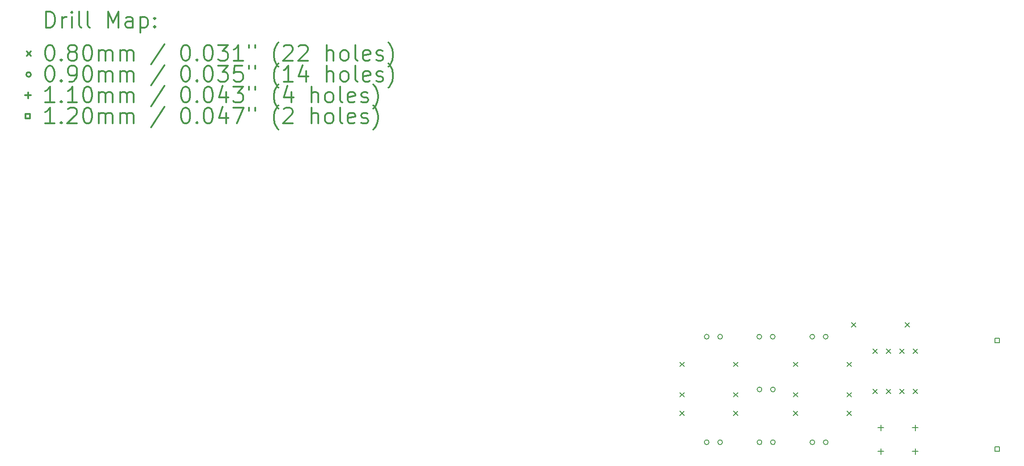
<source format=gbr>
%FSLAX45Y45*%
G04 Gerber Fmt 4.5, Leading zero omitted, Abs format (unit mm)*
G04 Created by KiCad (PCBNEW 5.0.0) date Mon Aug 27 22:55:58 2018*
%MOMM*%
%LPD*%
G01*
G04 APERTURE LIST*
%ADD10C,0.200000*%
%ADD11C,0.300000*%
G04 APERTURE END LIST*
D10*
X15952000Y-7322000D02*
X16032000Y-7402000D01*
X16032000Y-7322000D02*
X15952000Y-7402000D01*
X15460000Y-6810000D02*
X15540000Y-6890000D01*
X15540000Y-6810000D02*
X15460000Y-6890000D01*
X15544000Y-6060000D02*
X15624000Y-6140000D01*
X15624000Y-6060000D02*
X15544000Y-6140000D01*
X16560000Y-6060000D02*
X16640000Y-6140000D01*
X16640000Y-6060000D02*
X16560000Y-6140000D01*
X12294000Y-7385000D02*
X12374000Y-7465000D01*
X12374000Y-7385000D02*
X12294000Y-7465000D01*
X13310000Y-7385000D02*
X13390000Y-7465000D01*
X13390000Y-7385000D02*
X13310000Y-7465000D01*
X12294000Y-6810000D02*
X12374000Y-6890000D01*
X12374000Y-6810000D02*
X12294000Y-6890000D01*
X13310000Y-6810000D02*
X13390000Y-6890000D01*
X13390000Y-6810000D02*
X13310000Y-6890000D01*
X15952000Y-6560000D02*
X16032000Y-6640000D01*
X16032000Y-6560000D02*
X15952000Y-6640000D01*
X16206000Y-6560000D02*
X16286000Y-6640000D01*
X16286000Y-6560000D02*
X16206000Y-6640000D01*
X16206000Y-7322000D02*
X16286000Y-7402000D01*
X16286000Y-7322000D02*
X16206000Y-7402000D01*
X16460000Y-6560000D02*
X16540000Y-6640000D01*
X16540000Y-6560000D02*
X16460000Y-6640000D01*
X16460000Y-7322000D02*
X16540000Y-7402000D01*
X16540000Y-7322000D02*
X16460000Y-7402000D01*
X16714000Y-6560000D02*
X16794000Y-6640000D01*
X16794000Y-6560000D02*
X16714000Y-6640000D01*
X16714000Y-7322000D02*
X16794000Y-7402000D01*
X16794000Y-7322000D02*
X16714000Y-7402000D01*
X12294000Y-7735000D02*
X12374000Y-7815000D01*
X12374000Y-7735000D02*
X12294000Y-7815000D01*
X13310000Y-7735000D02*
X13390000Y-7815000D01*
X13390000Y-7735000D02*
X13310000Y-7815000D01*
X14444000Y-7385000D02*
X14524000Y-7465000D01*
X14524000Y-7385000D02*
X14444000Y-7465000D01*
X15460000Y-7385000D02*
X15540000Y-7465000D01*
X15540000Y-7385000D02*
X15460000Y-7465000D01*
X14444000Y-6810000D02*
X14524000Y-6890000D01*
X14524000Y-6810000D02*
X14444000Y-6890000D01*
X14444000Y-7735000D02*
X14524000Y-7815000D01*
X14524000Y-7735000D02*
X14444000Y-7815000D01*
X15460000Y-7735000D02*
X15540000Y-7815000D01*
X15540000Y-7735000D02*
X15460000Y-7815000D01*
X13845000Y-8325000D02*
G75*
G03X13845000Y-8325000I-45000J0D01*
G01*
X14099000Y-8325000D02*
G75*
G03X14099000Y-8325000I-45000J0D01*
G01*
X12845000Y-8325000D02*
G75*
G03X12845000Y-8325000I-45000J0D01*
G01*
X13099000Y-8325000D02*
G75*
G03X13099000Y-8325000I-45000J0D01*
G01*
X13845000Y-7325000D02*
G75*
G03X13845000Y-7325000I-45000J0D01*
G01*
X14099000Y-7325000D02*
G75*
G03X14099000Y-7325000I-45000J0D01*
G01*
X14845000Y-8325000D02*
G75*
G03X14845000Y-8325000I-45000J0D01*
G01*
X15099000Y-8325000D02*
G75*
G03X15099000Y-8325000I-45000J0D01*
G01*
X12845000Y-6325000D02*
G75*
G03X12845000Y-6325000I-45000J0D01*
G01*
X13099000Y-6325000D02*
G75*
G03X13099000Y-6325000I-45000J0D01*
G01*
X13841000Y-6325000D02*
G75*
G03X13841000Y-6325000I-45000J0D01*
G01*
X14095000Y-6325000D02*
G75*
G03X14095000Y-6325000I-45000J0D01*
G01*
X14845000Y-6325000D02*
G75*
G03X14845000Y-6325000I-45000J0D01*
G01*
X15099000Y-6325000D02*
G75*
G03X15099000Y-6325000I-45000J0D01*
G01*
X16100000Y-7995000D02*
X16100000Y-8105000D01*
X16045000Y-8050000D02*
X16155000Y-8050000D01*
X16100000Y-8445000D02*
X16100000Y-8555000D01*
X16045000Y-8500000D02*
X16155000Y-8500000D01*
X16750000Y-7995000D02*
X16750000Y-8105000D01*
X16695000Y-8050000D02*
X16805000Y-8050000D01*
X16750000Y-8445000D02*
X16750000Y-8555000D01*
X16695000Y-8500000D02*
X16805000Y-8500000D01*
X18342427Y-6442427D02*
X18342427Y-6357573D01*
X18257573Y-6357573D01*
X18257573Y-6442427D01*
X18342427Y-6442427D01*
X18342427Y-8492427D02*
X18342427Y-8407573D01*
X18257573Y-8407573D01*
X18257573Y-8492427D01*
X18342427Y-8492427D01*
D11*
X286429Y-465714D02*
X286429Y-165714D01*
X357857Y-165714D01*
X400714Y-180000D01*
X429286Y-208571D01*
X443571Y-237143D01*
X457857Y-294286D01*
X457857Y-337143D01*
X443571Y-394286D01*
X429286Y-422857D01*
X400714Y-451428D01*
X357857Y-465714D01*
X286429Y-465714D01*
X586429Y-465714D02*
X586429Y-265714D01*
X586429Y-322857D02*
X600714Y-294286D01*
X615000Y-280000D01*
X643571Y-265714D01*
X672143Y-265714D01*
X772143Y-465714D02*
X772143Y-265714D01*
X772143Y-165714D02*
X757857Y-180000D01*
X772143Y-194286D01*
X786428Y-180000D01*
X772143Y-165714D01*
X772143Y-194286D01*
X957857Y-465714D02*
X929286Y-451428D01*
X915000Y-422857D01*
X915000Y-165714D01*
X1115000Y-465714D02*
X1086429Y-451428D01*
X1072143Y-422857D01*
X1072143Y-165714D01*
X1457857Y-465714D02*
X1457857Y-165714D01*
X1557857Y-380000D01*
X1657857Y-165714D01*
X1657857Y-465714D01*
X1929286Y-465714D02*
X1929286Y-308571D01*
X1915000Y-280000D01*
X1886428Y-265714D01*
X1829286Y-265714D01*
X1800714Y-280000D01*
X1929286Y-451428D02*
X1900714Y-465714D01*
X1829286Y-465714D01*
X1800714Y-451428D01*
X1786428Y-422857D01*
X1786428Y-394286D01*
X1800714Y-365714D01*
X1829286Y-351428D01*
X1900714Y-351428D01*
X1929286Y-337143D01*
X2072143Y-265714D02*
X2072143Y-565714D01*
X2072143Y-280000D02*
X2100714Y-265714D01*
X2157857Y-265714D01*
X2186429Y-280000D01*
X2200714Y-294286D01*
X2215000Y-322857D01*
X2215000Y-408571D01*
X2200714Y-437143D01*
X2186429Y-451428D01*
X2157857Y-465714D01*
X2100714Y-465714D01*
X2072143Y-451428D01*
X2343571Y-437143D02*
X2357857Y-451428D01*
X2343571Y-465714D01*
X2329286Y-451428D01*
X2343571Y-437143D01*
X2343571Y-465714D01*
X2343571Y-280000D02*
X2357857Y-294286D01*
X2343571Y-308571D01*
X2329286Y-294286D01*
X2343571Y-280000D01*
X2343571Y-308571D01*
X-80000Y-920000D02*
X0Y-1000000D01*
X0Y-920000D02*
X-80000Y-1000000D01*
X343571Y-795714D02*
X372143Y-795714D01*
X400714Y-810000D01*
X415000Y-824286D01*
X429286Y-852857D01*
X443571Y-910000D01*
X443571Y-981428D01*
X429286Y-1038571D01*
X415000Y-1067143D01*
X400714Y-1081429D01*
X372143Y-1095714D01*
X343571Y-1095714D01*
X315000Y-1081429D01*
X300714Y-1067143D01*
X286429Y-1038571D01*
X272143Y-981428D01*
X272143Y-910000D01*
X286429Y-852857D01*
X300714Y-824286D01*
X315000Y-810000D01*
X343571Y-795714D01*
X572143Y-1067143D02*
X586429Y-1081429D01*
X572143Y-1095714D01*
X557857Y-1081429D01*
X572143Y-1067143D01*
X572143Y-1095714D01*
X757857Y-924286D02*
X729286Y-910000D01*
X715000Y-895714D01*
X700714Y-867143D01*
X700714Y-852857D01*
X715000Y-824286D01*
X729286Y-810000D01*
X757857Y-795714D01*
X815000Y-795714D01*
X843571Y-810000D01*
X857857Y-824286D01*
X872143Y-852857D01*
X872143Y-867143D01*
X857857Y-895714D01*
X843571Y-910000D01*
X815000Y-924286D01*
X757857Y-924286D01*
X729286Y-938571D01*
X715000Y-952857D01*
X700714Y-981428D01*
X700714Y-1038571D01*
X715000Y-1067143D01*
X729286Y-1081429D01*
X757857Y-1095714D01*
X815000Y-1095714D01*
X843571Y-1081429D01*
X857857Y-1067143D01*
X872143Y-1038571D01*
X872143Y-981428D01*
X857857Y-952857D01*
X843571Y-938571D01*
X815000Y-924286D01*
X1057857Y-795714D02*
X1086429Y-795714D01*
X1115000Y-810000D01*
X1129286Y-824286D01*
X1143571Y-852857D01*
X1157857Y-910000D01*
X1157857Y-981428D01*
X1143571Y-1038571D01*
X1129286Y-1067143D01*
X1115000Y-1081429D01*
X1086429Y-1095714D01*
X1057857Y-1095714D01*
X1029286Y-1081429D01*
X1015000Y-1067143D01*
X1000714Y-1038571D01*
X986428Y-981428D01*
X986428Y-910000D01*
X1000714Y-852857D01*
X1015000Y-824286D01*
X1029286Y-810000D01*
X1057857Y-795714D01*
X1286429Y-1095714D02*
X1286429Y-895714D01*
X1286429Y-924286D02*
X1300714Y-910000D01*
X1329286Y-895714D01*
X1372143Y-895714D01*
X1400714Y-910000D01*
X1415000Y-938571D01*
X1415000Y-1095714D01*
X1415000Y-938571D02*
X1429286Y-910000D01*
X1457857Y-895714D01*
X1500714Y-895714D01*
X1529286Y-910000D01*
X1543571Y-938571D01*
X1543571Y-1095714D01*
X1686428Y-1095714D02*
X1686428Y-895714D01*
X1686428Y-924286D02*
X1700714Y-910000D01*
X1729286Y-895714D01*
X1772143Y-895714D01*
X1800714Y-910000D01*
X1815000Y-938571D01*
X1815000Y-1095714D01*
X1815000Y-938571D02*
X1829286Y-910000D01*
X1857857Y-895714D01*
X1900714Y-895714D01*
X1929286Y-910000D01*
X1943571Y-938571D01*
X1943571Y-1095714D01*
X2529286Y-781428D02*
X2272143Y-1167143D01*
X2915000Y-795714D02*
X2943571Y-795714D01*
X2972143Y-810000D01*
X2986428Y-824286D01*
X3000714Y-852857D01*
X3015000Y-910000D01*
X3015000Y-981428D01*
X3000714Y-1038571D01*
X2986428Y-1067143D01*
X2972143Y-1081429D01*
X2943571Y-1095714D01*
X2915000Y-1095714D01*
X2886428Y-1081429D01*
X2872143Y-1067143D01*
X2857857Y-1038571D01*
X2843571Y-981428D01*
X2843571Y-910000D01*
X2857857Y-852857D01*
X2872143Y-824286D01*
X2886428Y-810000D01*
X2915000Y-795714D01*
X3143571Y-1067143D02*
X3157857Y-1081429D01*
X3143571Y-1095714D01*
X3129286Y-1081429D01*
X3143571Y-1067143D01*
X3143571Y-1095714D01*
X3343571Y-795714D02*
X3372143Y-795714D01*
X3400714Y-810000D01*
X3415000Y-824286D01*
X3429286Y-852857D01*
X3443571Y-910000D01*
X3443571Y-981428D01*
X3429286Y-1038571D01*
X3415000Y-1067143D01*
X3400714Y-1081429D01*
X3372143Y-1095714D01*
X3343571Y-1095714D01*
X3315000Y-1081429D01*
X3300714Y-1067143D01*
X3286428Y-1038571D01*
X3272143Y-981428D01*
X3272143Y-910000D01*
X3286428Y-852857D01*
X3300714Y-824286D01*
X3315000Y-810000D01*
X3343571Y-795714D01*
X3543571Y-795714D02*
X3729286Y-795714D01*
X3629286Y-910000D01*
X3672143Y-910000D01*
X3700714Y-924286D01*
X3715000Y-938571D01*
X3729286Y-967143D01*
X3729286Y-1038571D01*
X3715000Y-1067143D01*
X3700714Y-1081429D01*
X3672143Y-1095714D01*
X3586428Y-1095714D01*
X3557857Y-1081429D01*
X3543571Y-1067143D01*
X4015000Y-1095714D02*
X3843571Y-1095714D01*
X3929286Y-1095714D02*
X3929286Y-795714D01*
X3900714Y-838571D01*
X3872143Y-867143D01*
X3843571Y-881428D01*
X4129286Y-795714D02*
X4129286Y-852857D01*
X4243571Y-795714D02*
X4243571Y-852857D01*
X4686429Y-1210000D02*
X4672143Y-1195714D01*
X4643571Y-1152857D01*
X4629286Y-1124286D01*
X4615000Y-1081429D01*
X4600714Y-1010000D01*
X4600714Y-952857D01*
X4615000Y-881428D01*
X4629286Y-838571D01*
X4643571Y-810000D01*
X4672143Y-767143D01*
X4686429Y-752857D01*
X4786429Y-824286D02*
X4800714Y-810000D01*
X4829286Y-795714D01*
X4900714Y-795714D01*
X4929286Y-810000D01*
X4943571Y-824286D01*
X4957857Y-852857D01*
X4957857Y-881428D01*
X4943571Y-924286D01*
X4772143Y-1095714D01*
X4957857Y-1095714D01*
X5072143Y-824286D02*
X5086429Y-810000D01*
X5115000Y-795714D01*
X5186429Y-795714D01*
X5215000Y-810000D01*
X5229286Y-824286D01*
X5243571Y-852857D01*
X5243571Y-881428D01*
X5229286Y-924286D01*
X5057857Y-1095714D01*
X5243571Y-1095714D01*
X5600714Y-1095714D02*
X5600714Y-795714D01*
X5729286Y-1095714D02*
X5729286Y-938571D01*
X5715000Y-910000D01*
X5686428Y-895714D01*
X5643571Y-895714D01*
X5615000Y-910000D01*
X5600714Y-924286D01*
X5915000Y-1095714D02*
X5886428Y-1081429D01*
X5872143Y-1067143D01*
X5857857Y-1038571D01*
X5857857Y-952857D01*
X5872143Y-924286D01*
X5886428Y-910000D01*
X5915000Y-895714D01*
X5957857Y-895714D01*
X5986428Y-910000D01*
X6000714Y-924286D01*
X6015000Y-952857D01*
X6015000Y-1038571D01*
X6000714Y-1067143D01*
X5986428Y-1081429D01*
X5957857Y-1095714D01*
X5915000Y-1095714D01*
X6186428Y-1095714D02*
X6157857Y-1081429D01*
X6143571Y-1052857D01*
X6143571Y-795714D01*
X6415000Y-1081429D02*
X6386428Y-1095714D01*
X6329286Y-1095714D01*
X6300714Y-1081429D01*
X6286428Y-1052857D01*
X6286428Y-938571D01*
X6300714Y-910000D01*
X6329286Y-895714D01*
X6386428Y-895714D01*
X6415000Y-910000D01*
X6429286Y-938571D01*
X6429286Y-967143D01*
X6286428Y-995714D01*
X6543571Y-1081429D02*
X6572143Y-1095714D01*
X6629286Y-1095714D01*
X6657857Y-1081429D01*
X6672143Y-1052857D01*
X6672143Y-1038571D01*
X6657857Y-1010000D01*
X6629286Y-995714D01*
X6586428Y-995714D01*
X6557857Y-981428D01*
X6543571Y-952857D01*
X6543571Y-938571D01*
X6557857Y-910000D01*
X6586428Y-895714D01*
X6629286Y-895714D01*
X6657857Y-910000D01*
X6772143Y-1210000D02*
X6786428Y-1195714D01*
X6815000Y-1152857D01*
X6829286Y-1124286D01*
X6843571Y-1081429D01*
X6857857Y-1010000D01*
X6857857Y-952857D01*
X6843571Y-881428D01*
X6829286Y-838571D01*
X6815000Y-810000D01*
X6786428Y-767143D01*
X6772143Y-752857D01*
X0Y-1356000D02*
G75*
G03X0Y-1356000I-45000J0D01*
G01*
X343571Y-1191714D02*
X372143Y-1191714D01*
X400714Y-1206000D01*
X415000Y-1220286D01*
X429286Y-1248857D01*
X443571Y-1306000D01*
X443571Y-1377429D01*
X429286Y-1434571D01*
X415000Y-1463143D01*
X400714Y-1477428D01*
X372143Y-1491714D01*
X343571Y-1491714D01*
X315000Y-1477428D01*
X300714Y-1463143D01*
X286429Y-1434571D01*
X272143Y-1377429D01*
X272143Y-1306000D01*
X286429Y-1248857D01*
X300714Y-1220286D01*
X315000Y-1206000D01*
X343571Y-1191714D01*
X572143Y-1463143D02*
X586429Y-1477428D01*
X572143Y-1491714D01*
X557857Y-1477428D01*
X572143Y-1463143D01*
X572143Y-1491714D01*
X729286Y-1491714D02*
X786428Y-1491714D01*
X815000Y-1477428D01*
X829286Y-1463143D01*
X857857Y-1420286D01*
X872143Y-1363143D01*
X872143Y-1248857D01*
X857857Y-1220286D01*
X843571Y-1206000D01*
X815000Y-1191714D01*
X757857Y-1191714D01*
X729286Y-1206000D01*
X715000Y-1220286D01*
X700714Y-1248857D01*
X700714Y-1320286D01*
X715000Y-1348857D01*
X729286Y-1363143D01*
X757857Y-1377429D01*
X815000Y-1377429D01*
X843571Y-1363143D01*
X857857Y-1348857D01*
X872143Y-1320286D01*
X1057857Y-1191714D02*
X1086429Y-1191714D01*
X1115000Y-1206000D01*
X1129286Y-1220286D01*
X1143571Y-1248857D01*
X1157857Y-1306000D01*
X1157857Y-1377429D01*
X1143571Y-1434571D01*
X1129286Y-1463143D01*
X1115000Y-1477428D01*
X1086429Y-1491714D01*
X1057857Y-1491714D01*
X1029286Y-1477428D01*
X1015000Y-1463143D01*
X1000714Y-1434571D01*
X986428Y-1377429D01*
X986428Y-1306000D01*
X1000714Y-1248857D01*
X1015000Y-1220286D01*
X1029286Y-1206000D01*
X1057857Y-1191714D01*
X1286429Y-1491714D02*
X1286429Y-1291714D01*
X1286429Y-1320286D02*
X1300714Y-1306000D01*
X1329286Y-1291714D01*
X1372143Y-1291714D01*
X1400714Y-1306000D01*
X1415000Y-1334571D01*
X1415000Y-1491714D01*
X1415000Y-1334571D02*
X1429286Y-1306000D01*
X1457857Y-1291714D01*
X1500714Y-1291714D01*
X1529286Y-1306000D01*
X1543571Y-1334571D01*
X1543571Y-1491714D01*
X1686428Y-1491714D02*
X1686428Y-1291714D01*
X1686428Y-1320286D02*
X1700714Y-1306000D01*
X1729286Y-1291714D01*
X1772143Y-1291714D01*
X1800714Y-1306000D01*
X1815000Y-1334571D01*
X1815000Y-1491714D01*
X1815000Y-1334571D02*
X1829286Y-1306000D01*
X1857857Y-1291714D01*
X1900714Y-1291714D01*
X1929286Y-1306000D01*
X1943571Y-1334571D01*
X1943571Y-1491714D01*
X2529286Y-1177429D02*
X2272143Y-1563143D01*
X2915000Y-1191714D02*
X2943571Y-1191714D01*
X2972143Y-1206000D01*
X2986428Y-1220286D01*
X3000714Y-1248857D01*
X3015000Y-1306000D01*
X3015000Y-1377429D01*
X3000714Y-1434571D01*
X2986428Y-1463143D01*
X2972143Y-1477428D01*
X2943571Y-1491714D01*
X2915000Y-1491714D01*
X2886428Y-1477428D01*
X2872143Y-1463143D01*
X2857857Y-1434571D01*
X2843571Y-1377429D01*
X2843571Y-1306000D01*
X2857857Y-1248857D01*
X2872143Y-1220286D01*
X2886428Y-1206000D01*
X2915000Y-1191714D01*
X3143571Y-1463143D02*
X3157857Y-1477428D01*
X3143571Y-1491714D01*
X3129286Y-1477428D01*
X3143571Y-1463143D01*
X3143571Y-1491714D01*
X3343571Y-1191714D02*
X3372143Y-1191714D01*
X3400714Y-1206000D01*
X3415000Y-1220286D01*
X3429286Y-1248857D01*
X3443571Y-1306000D01*
X3443571Y-1377429D01*
X3429286Y-1434571D01*
X3415000Y-1463143D01*
X3400714Y-1477428D01*
X3372143Y-1491714D01*
X3343571Y-1491714D01*
X3315000Y-1477428D01*
X3300714Y-1463143D01*
X3286428Y-1434571D01*
X3272143Y-1377429D01*
X3272143Y-1306000D01*
X3286428Y-1248857D01*
X3300714Y-1220286D01*
X3315000Y-1206000D01*
X3343571Y-1191714D01*
X3543571Y-1191714D02*
X3729286Y-1191714D01*
X3629286Y-1306000D01*
X3672143Y-1306000D01*
X3700714Y-1320286D01*
X3715000Y-1334571D01*
X3729286Y-1363143D01*
X3729286Y-1434571D01*
X3715000Y-1463143D01*
X3700714Y-1477428D01*
X3672143Y-1491714D01*
X3586428Y-1491714D01*
X3557857Y-1477428D01*
X3543571Y-1463143D01*
X4000714Y-1191714D02*
X3857857Y-1191714D01*
X3843571Y-1334571D01*
X3857857Y-1320286D01*
X3886428Y-1306000D01*
X3957857Y-1306000D01*
X3986428Y-1320286D01*
X4000714Y-1334571D01*
X4015000Y-1363143D01*
X4015000Y-1434571D01*
X4000714Y-1463143D01*
X3986428Y-1477428D01*
X3957857Y-1491714D01*
X3886428Y-1491714D01*
X3857857Y-1477428D01*
X3843571Y-1463143D01*
X4129286Y-1191714D02*
X4129286Y-1248857D01*
X4243571Y-1191714D02*
X4243571Y-1248857D01*
X4686429Y-1606000D02*
X4672143Y-1591714D01*
X4643571Y-1548857D01*
X4629286Y-1520286D01*
X4615000Y-1477428D01*
X4600714Y-1406000D01*
X4600714Y-1348857D01*
X4615000Y-1277429D01*
X4629286Y-1234571D01*
X4643571Y-1206000D01*
X4672143Y-1163143D01*
X4686429Y-1148857D01*
X4957857Y-1491714D02*
X4786429Y-1491714D01*
X4872143Y-1491714D02*
X4872143Y-1191714D01*
X4843571Y-1234571D01*
X4815000Y-1263143D01*
X4786429Y-1277429D01*
X5215000Y-1291714D02*
X5215000Y-1491714D01*
X5143571Y-1177429D02*
X5072143Y-1391714D01*
X5257857Y-1391714D01*
X5600714Y-1491714D02*
X5600714Y-1191714D01*
X5729286Y-1491714D02*
X5729286Y-1334571D01*
X5715000Y-1306000D01*
X5686428Y-1291714D01*
X5643571Y-1291714D01*
X5615000Y-1306000D01*
X5600714Y-1320286D01*
X5915000Y-1491714D02*
X5886428Y-1477428D01*
X5872143Y-1463143D01*
X5857857Y-1434571D01*
X5857857Y-1348857D01*
X5872143Y-1320286D01*
X5886428Y-1306000D01*
X5915000Y-1291714D01*
X5957857Y-1291714D01*
X5986428Y-1306000D01*
X6000714Y-1320286D01*
X6015000Y-1348857D01*
X6015000Y-1434571D01*
X6000714Y-1463143D01*
X5986428Y-1477428D01*
X5957857Y-1491714D01*
X5915000Y-1491714D01*
X6186428Y-1491714D02*
X6157857Y-1477428D01*
X6143571Y-1448857D01*
X6143571Y-1191714D01*
X6415000Y-1477428D02*
X6386428Y-1491714D01*
X6329286Y-1491714D01*
X6300714Y-1477428D01*
X6286428Y-1448857D01*
X6286428Y-1334571D01*
X6300714Y-1306000D01*
X6329286Y-1291714D01*
X6386428Y-1291714D01*
X6415000Y-1306000D01*
X6429286Y-1334571D01*
X6429286Y-1363143D01*
X6286428Y-1391714D01*
X6543571Y-1477428D02*
X6572143Y-1491714D01*
X6629286Y-1491714D01*
X6657857Y-1477428D01*
X6672143Y-1448857D01*
X6672143Y-1434571D01*
X6657857Y-1406000D01*
X6629286Y-1391714D01*
X6586428Y-1391714D01*
X6557857Y-1377429D01*
X6543571Y-1348857D01*
X6543571Y-1334571D01*
X6557857Y-1306000D01*
X6586428Y-1291714D01*
X6629286Y-1291714D01*
X6657857Y-1306000D01*
X6772143Y-1606000D02*
X6786428Y-1591714D01*
X6815000Y-1548857D01*
X6829286Y-1520286D01*
X6843571Y-1477428D01*
X6857857Y-1406000D01*
X6857857Y-1348857D01*
X6843571Y-1277429D01*
X6829286Y-1234571D01*
X6815000Y-1206000D01*
X6786428Y-1163143D01*
X6772143Y-1148857D01*
X-55000Y-1697000D02*
X-55000Y-1807000D01*
X-110000Y-1752000D02*
X0Y-1752000D01*
X443571Y-1887714D02*
X272143Y-1887714D01*
X357857Y-1887714D02*
X357857Y-1587714D01*
X329286Y-1630571D01*
X300714Y-1659143D01*
X272143Y-1673428D01*
X572143Y-1859143D02*
X586429Y-1873428D01*
X572143Y-1887714D01*
X557857Y-1873428D01*
X572143Y-1859143D01*
X572143Y-1887714D01*
X872143Y-1887714D02*
X700714Y-1887714D01*
X786428Y-1887714D02*
X786428Y-1587714D01*
X757857Y-1630571D01*
X729286Y-1659143D01*
X700714Y-1673428D01*
X1057857Y-1587714D02*
X1086429Y-1587714D01*
X1115000Y-1602000D01*
X1129286Y-1616286D01*
X1143571Y-1644857D01*
X1157857Y-1702000D01*
X1157857Y-1773428D01*
X1143571Y-1830571D01*
X1129286Y-1859143D01*
X1115000Y-1873428D01*
X1086429Y-1887714D01*
X1057857Y-1887714D01*
X1029286Y-1873428D01*
X1015000Y-1859143D01*
X1000714Y-1830571D01*
X986428Y-1773428D01*
X986428Y-1702000D01*
X1000714Y-1644857D01*
X1015000Y-1616286D01*
X1029286Y-1602000D01*
X1057857Y-1587714D01*
X1286429Y-1887714D02*
X1286429Y-1687714D01*
X1286429Y-1716286D02*
X1300714Y-1702000D01*
X1329286Y-1687714D01*
X1372143Y-1687714D01*
X1400714Y-1702000D01*
X1415000Y-1730571D01*
X1415000Y-1887714D01*
X1415000Y-1730571D02*
X1429286Y-1702000D01*
X1457857Y-1687714D01*
X1500714Y-1687714D01*
X1529286Y-1702000D01*
X1543571Y-1730571D01*
X1543571Y-1887714D01*
X1686428Y-1887714D02*
X1686428Y-1687714D01*
X1686428Y-1716286D02*
X1700714Y-1702000D01*
X1729286Y-1687714D01*
X1772143Y-1687714D01*
X1800714Y-1702000D01*
X1815000Y-1730571D01*
X1815000Y-1887714D01*
X1815000Y-1730571D02*
X1829286Y-1702000D01*
X1857857Y-1687714D01*
X1900714Y-1687714D01*
X1929286Y-1702000D01*
X1943571Y-1730571D01*
X1943571Y-1887714D01*
X2529286Y-1573428D02*
X2272143Y-1959143D01*
X2915000Y-1587714D02*
X2943571Y-1587714D01*
X2972143Y-1602000D01*
X2986428Y-1616286D01*
X3000714Y-1644857D01*
X3015000Y-1702000D01*
X3015000Y-1773428D01*
X3000714Y-1830571D01*
X2986428Y-1859143D01*
X2972143Y-1873428D01*
X2943571Y-1887714D01*
X2915000Y-1887714D01*
X2886428Y-1873428D01*
X2872143Y-1859143D01*
X2857857Y-1830571D01*
X2843571Y-1773428D01*
X2843571Y-1702000D01*
X2857857Y-1644857D01*
X2872143Y-1616286D01*
X2886428Y-1602000D01*
X2915000Y-1587714D01*
X3143571Y-1859143D02*
X3157857Y-1873428D01*
X3143571Y-1887714D01*
X3129286Y-1873428D01*
X3143571Y-1859143D01*
X3143571Y-1887714D01*
X3343571Y-1587714D02*
X3372143Y-1587714D01*
X3400714Y-1602000D01*
X3415000Y-1616286D01*
X3429286Y-1644857D01*
X3443571Y-1702000D01*
X3443571Y-1773428D01*
X3429286Y-1830571D01*
X3415000Y-1859143D01*
X3400714Y-1873428D01*
X3372143Y-1887714D01*
X3343571Y-1887714D01*
X3315000Y-1873428D01*
X3300714Y-1859143D01*
X3286428Y-1830571D01*
X3272143Y-1773428D01*
X3272143Y-1702000D01*
X3286428Y-1644857D01*
X3300714Y-1616286D01*
X3315000Y-1602000D01*
X3343571Y-1587714D01*
X3700714Y-1687714D02*
X3700714Y-1887714D01*
X3629286Y-1573428D02*
X3557857Y-1787714D01*
X3743571Y-1787714D01*
X3829286Y-1587714D02*
X4015000Y-1587714D01*
X3915000Y-1702000D01*
X3957857Y-1702000D01*
X3986428Y-1716286D01*
X4000714Y-1730571D01*
X4015000Y-1759143D01*
X4015000Y-1830571D01*
X4000714Y-1859143D01*
X3986428Y-1873428D01*
X3957857Y-1887714D01*
X3872143Y-1887714D01*
X3843571Y-1873428D01*
X3829286Y-1859143D01*
X4129286Y-1587714D02*
X4129286Y-1644857D01*
X4243571Y-1587714D02*
X4243571Y-1644857D01*
X4686429Y-2002000D02*
X4672143Y-1987714D01*
X4643571Y-1944857D01*
X4629286Y-1916286D01*
X4615000Y-1873428D01*
X4600714Y-1802000D01*
X4600714Y-1744857D01*
X4615000Y-1673428D01*
X4629286Y-1630571D01*
X4643571Y-1602000D01*
X4672143Y-1559143D01*
X4686429Y-1544857D01*
X4929286Y-1687714D02*
X4929286Y-1887714D01*
X4857857Y-1573428D02*
X4786429Y-1787714D01*
X4972143Y-1787714D01*
X5315000Y-1887714D02*
X5315000Y-1587714D01*
X5443571Y-1887714D02*
X5443571Y-1730571D01*
X5429286Y-1702000D01*
X5400714Y-1687714D01*
X5357857Y-1687714D01*
X5329286Y-1702000D01*
X5315000Y-1716286D01*
X5629286Y-1887714D02*
X5600714Y-1873428D01*
X5586429Y-1859143D01*
X5572143Y-1830571D01*
X5572143Y-1744857D01*
X5586429Y-1716286D01*
X5600714Y-1702000D01*
X5629286Y-1687714D01*
X5672143Y-1687714D01*
X5700714Y-1702000D01*
X5715000Y-1716286D01*
X5729286Y-1744857D01*
X5729286Y-1830571D01*
X5715000Y-1859143D01*
X5700714Y-1873428D01*
X5672143Y-1887714D01*
X5629286Y-1887714D01*
X5900714Y-1887714D02*
X5872143Y-1873428D01*
X5857857Y-1844857D01*
X5857857Y-1587714D01*
X6129286Y-1873428D02*
X6100714Y-1887714D01*
X6043571Y-1887714D01*
X6015000Y-1873428D01*
X6000714Y-1844857D01*
X6000714Y-1730571D01*
X6015000Y-1702000D01*
X6043571Y-1687714D01*
X6100714Y-1687714D01*
X6129286Y-1702000D01*
X6143571Y-1730571D01*
X6143571Y-1759143D01*
X6000714Y-1787714D01*
X6257857Y-1873428D02*
X6286428Y-1887714D01*
X6343571Y-1887714D01*
X6372143Y-1873428D01*
X6386428Y-1844857D01*
X6386428Y-1830571D01*
X6372143Y-1802000D01*
X6343571Y-1787714D01*
X6300714Y-1787714D01*
X6272143Y-1773428D01*
X6257857Y-1744857D01*
X6257857Y-1730571D01*
X6272143Y-1702000D01*
X6300714Y-1687714D01*
X6343571Y-1687714D01*
X6372143Y-1702000D01*
X6486428Y-2002000D02*
X6500714Y-1987714D01*
X6529286Y-1944857D01*
X6543571Y-1916286D01*
X6557857Y-1873428D01*
X6572143Y-1802000D01*
X6572143Y-1744857D01*
X6557857Y-1673428D01*
X6543571Y-1630571D01*
X6529286Y-1602000D01*
X6500714Y-1559143D01*
X6486428Y-1544857D01*
X-17573Y-2190427D02*
X-17573Y-2105573D01*
X-102427Y-2105573D01*
X-102427Y-2190427D01*
X-17573Y-2190427D01*
X443571Y-2283714D02*
X272143Y-2283714D01*
X357857Y-2283714D02*
X357857Y-1983714D01*
X329286Y-2026571D01*
X300714Y-2055143D01*
X272143Y-2069428D01*
X572143Y-2255143D02*
X586429Y-2269429D01*
X572143Y-2283714D01*
X557857Y-2269429D01*
X572143Y-2255143D01*
X572143Y-2283714D01*
X700714Y-2012286D02*
X715000Y-1998000D01*
X743571Y-1983714D01*
X815000Y-1983714D01*
X843571Y-1998000D01*
X857857Y-2012286D01*
X872143Y-2040857D01*
X872143Y-2069428D01*
X857857Y-2112286D01*
X686429Y-2283714D01*
X872143Y-2283714D01*
X1057857Y-1983714D02*
X1086429Y-1983714D01*
X1115000Y-1998000D01*
X1129286Y-2012286D01*
X1143571Y-2040857D01*
X1157857Y-2098000D01*
X1157857Y-2169429D01*
X1143571Y-2226571D01*
X1129286Y-2255143D01*
X1115000Y-2269429D01*
X1086429Y-2283714D01*
X1057857Y-2283714D01*
X1029286Y-2269429D01*
X1015000Y-2255143D01*
X1000714Y-2226571D01*
X986428Y-2169429D01*
X986428Y-2098000D01*
X1000714Y-2040857D01*
X1015000Y-2012286D01*
X1029286Y-1998000D01*
X1057857Y-1983714D01*
X1286429Y-2283714D02*
X1286429Y-2083714D01*
X1286429Y-2112286D02*
X1300714Y-2098000D01*
X1329286Y-2083714D01*
X1372143Y-2083714D01*
X1400714Y-2098000D01*
X1415000Y-2126571D01*
X1415000Y-2283714D01*
X1415000Y-2126571D02*
X1429286Y-2098000D01*
X1457857Y-2083714D01*
X1500714Y-2083714D01*
X1529286Y-2098000D01*
X1543571Y-2126571D01*
X1543571Y-2283714D01*
X1686428Y-2283714D02*
X1686428Y-2083714D01*
X1686428Y-2112286D02*
X1700714Y-2098000D01*
X1729286Y-2083714D01*
X1772143Y-2083714D01*
X1800714Y-2098000D01*
X1815000Y-2126571D01*
X1815000Y-2283714D01*
X1815000Y-2126571D02*
X1829286Y-2098000D01*
X1857857Y-2083714D01*
X1900714Y-2083714D01*
X1929286Y-2098000D01*
X1943571Y-2126571D01*
X1943571Y-2283714D01*
X2529286Y-1969428D02*
X2272143Y-2355143D01*
X2915000Y-1983714D02*
X2943571Y-1983714D01*
X2972143Y-1998000D01*
X2986428Y-2012286D01*
X3000714Y-2040857D01*
X3015000Y-2098000D01*
X3015000Y-2169429D01*
X3000714Y-2226571D01*
X2986428Y-2255143D01*
X2972143Y-2269429D01*
X2943571Y-2283714D01*
X2915000Y-2283714D01*
X2886428Y-2269429D01*
X2872143Y-2255143D01*
X2857857Y-2226571D01*
X2843571Y-2169429D01*
X2843571Y-2098000D01*
X2857857Y-2040857D01*
X2872143Y-2012286D01*
X2886428Y-1998000D01*
X2915000Y-1983714D01*
X3143571Y-2255143D02*
X3157857Y-2269429D01*
X3143571Y-2283714D01*
X3129286Y-2269429D01*
X3143571Y-2255143D01*
X3143571Y-2283714D01*
X3343571Y-1983714D02*
X3372143Y-1983714D01*
X3400714Y-1998000D01*
X3415000Y-2012286D01*
X3429286Y-2040857D01*
X3443571Y-2098000D01*
X3443571Y-2169429D01*
X3429286Y-2226571D01*
X3415000Y-2255143D01*
X3400714Y-2269429D01*
X3372143Y-2283714D01*
X3343571Y-2283714D01*
X3315000Y-2269429D01*
X3300714Y-2255143D01*
X3286428Y-2226571D01*
X3272143Y-2169429D01*
X3272143Y-2098000D01*
X3286428Y-2040857D01*
X3300714Y-2012286D01*
X3315000Y-1998000D01*
X3343571Y-1983714D01*
X3700714Y-2083714D02*
X3700714Y-2283714D01*
X3629286Y-1969428D02*
X3557857Y-2183714D01*
X3743571Y-2183714D01*
X3829286Y-1983714D02*
X4029286Y-1983714D01*
X3900714Y-2283714D01*
X4129286Y-1983714D02*
X4129286Y-2040857D01*
X4243571Y-1983714D02*
X4243571Y-2040857D01*
X4686429Y-2398000D02*
X4672143Y-2383714D01*
X4643571Y-2340857D01*
X4629286Y-2312286D01*
X4615000Y-2269429D01*
X4600714Y-2198000D01*
X4600714Y-2140857D01*
X4615000Y-2069428D01*
X4629286Y-2026571D01*
X4643571Y-1998000D01*
X4672143Y-1955143D01*
X4686429Y-1940857D01*
X4786429Y-2012286D02*
X4800714Y-1998000D01*
X4829286Y-1983714D01*
X4900714Y-1983714D01*
X4929286Y-1998000D01*
X4943571Y-2012286D01*
X4957857Y-2040857D01*
X4957857Y-2069428D01*
X4943571Y-2112286D01*
X4772143Y-2283714D01*
X4957857Y-2283714D01*
X5315000Y-2283714D02*
X5315000Y-1983714D01*
X5443571Y-2283714D02*
X5443571Y-2126571D01*
X5429286Y-2098000D01*
X5400714Y-2083714D01*
X5357857Y-2083714D01*
X5329286Y-2098000D01*
X5315000Y-2112286D01*
X5629286Y-2283714D02*
X5600714Y-2269429D01*
X5586429Y-2255143D01*
X5572143Y-2226571D01*
X5572143Y-2140857D01*
X5586429Y-2112286D01*
X5600714Y-2098000D01*
X5629286Y-2083714D01*
X5672143Y-2083714D01*
X5700714Y-2098000D01*
X5715000Y-2112286D01*
X5729286Y-2140857D01*
X5729286Y-2226571D01*
X5715000Y-2255143D01*
X5700714Y-2269429D01*
X5672143Y-2283714D01*
X5629286Y-2283714D01*
X5900714Y-2283714D02*
X5872143Y-2269429D01*
X5857857Y-2240857D01*
X5857857Y-1983714D01*
X6129286Y-2269429D02*
X6100714Y-2283714D01*
X6043571Y-2283714D01*
X6015000Y-2269429D01*
X6000714Y-2240857D01*
X6000714Y-2126571D01*
X6015000Y-2098000D01*
X6043571Y-2083714D01*
X6100714Y-2083714D01*
X6129286Y-2098000D01*
X6143571Y-2126571D01*
X6143571Y-2155143D01*
X6000714Y-2183714D01*
X6257857Y-2269429D02*
X6286428Y-2283714D01*
X6343571Y-2283714D01*
X6372143Y-2269429D01*
X6386428Y-2240857D01*
X6386428Y-2226571D01*
X6372143Y-2198000D01*
X6343571Y-2183714D01*
X6300714Y-2183714D01*
X6272143Y-2169429D01*
X6257857Y-2140857D01*
X6257857Y-2126571D01*
X6272143Y-2098000D01*
X6300714Y-2083714D01*
X6343571Y-2083714D01*
X6372143Y-2098000D01*
X6486428Y-2398000D02*
X6500714Y-2383714D01*
X6529286Y-2340857D01*
X6543571Y-2312286D01*
X6557857Y-2269429D01*
X6572143Y-2198000D01*
X6572143Y-2140857D01*
X6557857Y-2069428D01*
X6543571Y-2026571D01*
X6529286Y-1998000D01*
X6500714Y-1955143D01*
X6486428Y-1940857D01*
M02*

</source>
